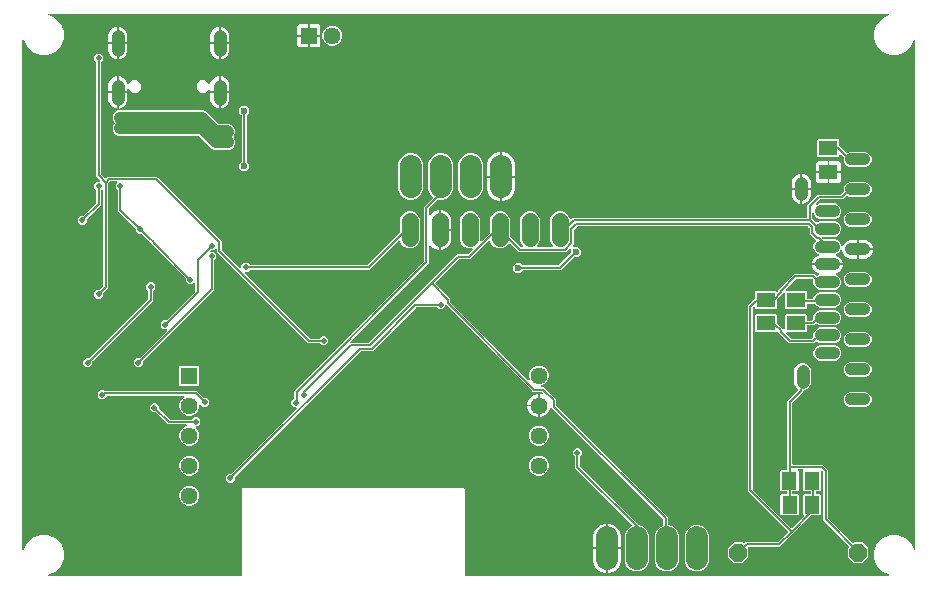
<source format=gbr>
G04 EAGLE Gerber RS-274X export*
G75*
%MOMM*%
%FSLAX34Y34*%
%LPD*%
%INBottom Copper*%
%IPPOS*%
%AMOC8*
5,1,8,0,0,1.08239X$1,22.5*%
G01*
G04 Define Apertures*
%ADD10R,1.440000X1.440000*%
%ADD11C,1.440000*%
%ADD12C,1.108000*%
%ADD13C,1.836000*%
%ADD14C,1.058000*%
%ADD15R,1.600000X1.300000*%
%ADD16R,1.300000X1.500000*%
%ADD17P,1.58358X8X22.5*%
%ADD18C,1.440000*%
%ADD19C,1.828800*%
%ADD20C,0.600000*%
%ADD21C,0.203200*%
%ADD22C,0.502400*%
%ADD23C,0.452400*%
%ADD24C,1.016000*%
%ADD25C,0.152400*%
%ADD26C,0.200000*%
G36*
X157400Y22060D02*
X157103Y22000D01*
X-5202Y22000D01*
X-5459Y22045D01*
X-5719Y22202D01*
X-5896Y22448D01*
X-5964Y22744D01*
X-5910Y23042D01*
X-5745Y23297D01*
X-5493Y23466D01*
X-370Y25588D01*
X4412Y30370D01*
X7000Y36618D01*
X7000Y43382D01*
X4412Y49630D01*
X-370Y54412D01*
X-6618Y57000D01*
X-13382Y57000D01*
X-19630Y54412D01*
X-24412Y49630D01*
X-26534Y44507D01*
X-26674Y44286D01*
X-26919Y44106D01*
X-27214Y44037D01*
X-27513Y44087D01*
X-27768Y44251D01*
X-27940Y44501D01*
X-28000Y44798D01*
X-28000Y475202D01*
X-27955Y475459D01*
X-27798Y475719D01*
X-27552Y475896D01*
X-27256Y475964D01*
X-26958Y475910D01*
X-26704Y475745D01*
X-26534Y475493D01*
X-24412Y470370D01*
X-19630Y465588D01*
X-13382Y463000D01*
X-6618Y463000D01*
X-370Y465588D01*
X4412Y470370D01*
X7000Y476618D01*
X7000Y483382D01*
X4412Y489630D01*
X-370Y494412D01*
X-5493Y496534D01*
X-5714Y496674D01*
X-5894Y496919D01*
X-5963Y497214D01*
X-5913Y497513D01*
X-5749Y497768D01*
X-5499Y497940D01*
X-5202Y498000D01*
X705202Y498000D01*
X705459Y497955D01*
X705719Y497798D01*
X705896Y497552D01*
X705964Y497256D01*
X705910Y496958D01*
X705745Y496704D01*
X705493Y496534D01*
X700370Y494412D01*
X695588Y489630D01*
X693000Y483382D01*
X693000Y476618D01*
X695588Y470370D01*
X700370Y465588D01*
X706618Y463000D01*
X713382Y463000D01*
X719630Y465588D01*
X724412Y470370D01*
X726534Y475493D01*
X726674Y475714D01*
X726919Y475894D01*
X727214Y475963D01*
X727513Y475913D01*
X727768Y475749D01*
X727940Y475499D01*
X728000Y475202D01*
X728000Y44798D01*
X727955Y44541D01*
X727798Y44281D01*
X727552Y44104D01*
X727256Y44036D01*
X726958Y44090D01*
X726704Y44255D01*
X726534Y44507D01*
X724412Y49630D01*
X719630Y54412D01*
X713382Y57000D01*
X706618Y57000D01*
X700370Y54412D01*
X695588Y49630D01*
X693000Y43382D01*
X693000Y36618D01*
X695588Y30370D01*
X700370Y25588D01*
X705493Y23466D01*
X705714Y23326D01*
X705894Y23081D01*
X705963Y22786D01*
X705913Y22487D01*
X705749Y22232D01*
X705499Y22060D01*
X705202Y22000D01*
X347397Y22000D01*
X347122Y22051D01*
X346867Y22215D01*
X346695Y22465D01*
X346635Y22762D01*
X346635Y95763D01*
X346263Y96135D01*
X158237Y96135D01*
X157865Y95763D01*
X157865Y22762D01*
X157814Y22487D01*
X157650Y22232D01*
X157400Y22060D01*
G37*
%LPC*%
G36*
X204860Y480062D02*
X213838Y480062D01*
X213838Y489040D01*
X206348Y489040D01*
X204860Y487552D01*
X204860Y480062D01*
G37*
G36*
X215362Y480062D02*
X224340Y480062D01*
X224340Y487552D01*
X222852Y489040D01*
X215362Y489040D01*
X215362Y480062D01*
G37*
G36*
X232915Y470830D02*
X236285Y470830D01*
X239398Y472120D01*
X241781Y474502D01*
X243070Y477615D01*
X243070Y480985D01*
X241781Y484098D01*
X239398Y486481D01*
X236285Y487770D01*
X232915Y487770D01*
X229802Y486481D01*
X227420Y484098D01*
X226130Y480985D01*
X226130Y477615D01*
X227420Y474502D01*
X229802Y472120D01*
X232915Y470830D01*
G37*
G36*
X139862Y473962D02*
X147180Y473962D01*
X147180Y480347D01*
X145950Y483317D01*
X143677Y485590D01*
X140707Y486820D01*
X139862Y486820D01*
X139862Y473962D01*
G37*
G36*
X131020Y473962D02*
X138338Y473962D01*
X138338Y486820D01*
X137493Y486820D01*
X134523Y485590D01*
X132250Y483317D01*
X131020Y480347D01*
X131020Y473962D01*
G37*
G36*
X44620Y473962D02*
X51938Y473962D01*
X51938Y486820D01*
X51093Y486820D01*
X48123Y485590D01*
X45850Y483317D01*
X44620Y480347D01*
X44620Y473962D01*
G37*
G36*
X53462Y473962D02*
X60780Y473962D01*
X60780Y480347D01*
X59550Y483317D01*
X57277Y485590D01*
X54307Y486820D01*
X53462Y486820D01*
X53462Y473962D01*
G37*
G36*
X215362Y469560D02*
X222852Y469560D01*
X224340Y471048D01*
X224340Y478538D01*
X215362Y478538D01*
X215362Y469560D01*
G37*
G36*
X206348Y469560D02*
X213838Y469560D01*
X213838Y478538D01*
X204860Y478538D01*
X204860Y471048D01*
X206348Y469560D01*
G37*
G36*
X137493Y459580D02*
X138338Y459580D01*
X138338Y472438D01*
X131020Y472438D01*
X131020Y466053D01*
X132250Y463083D01*
X134523Y460810D01*
X137493Y459580D01*
G37*
G36*
X53462Y459580D02*
X54307Y459580D01*
X57277Y460810D01*
X59550Y463083D01*
X60780Y466053D01*
X60780Y472438D01*
X53462Y472438D01*
X53462Y459580D01*
G37*
G36*
X51093Y459580D02*
X51938Y459580D01*
X51938Y472438D01*
X44620Y472438D01*
X44620Y466053D01*
X45850Y463083D01*
X48123Y460810D01*
X51093Y459580D01*
G37*
G36*
X139862Y459580D02*
X140707Y459580D01*
X143677Y460810D01*
X145950Y463083D01*
X147180Y466053D01*
X147180Y472438D01*
X139862Y472438D01*
X139862Y459580D01*
G37*
G36*
X68537Y198910D02*
X71671Y198910D01*
X73886Y201125D01*
X73886Y203285D01*
X73942Y203571D01*
X74109Y203824D01*
X134620Y264334D01*
X134620Y288976D01*
X134676Y289262D01*
X134843Y289515D01*
X136370Y291041D01*
X136370Y294175D01*
X134155Y296390D01*
X131939Y296390D01*
X131676Y296437D01*
X131418Y296596D01*
X131243Y296844D01*
X131177Y297140D01*
X131233Y297438D01*
X131401Y297691D01*
X131457Y297747D01*
X131698Y297910D01*
X131995Y297970D01*
X134155Y297970D01*
X135351Y299167D01*
X135571Y299320D01*
X135866Y299389D01*
X136165Y299339D01*
X136420Y299175D01*
X136592Y298925D01*
X136652Y298628D01*
X136652Y296338D01*
X214042Y218948D01*
X223444Y218948D01*
X223730Y218892D01*
X223983Y218725D01*
X225509Y217198D01*
X228643Y217198D01*
X230858Y219413D01*
X230858Y222547D01*
X228643Y224762D01*
X225509Y224762D01*
X223983Y223235D01*
X223741Y223072D01*
X223444Y223012D01*
X216041Y223012D01*
X215755Y223068D01*
X215503Y223235D01*
X160357Y278381D01*
X160204Y278601D01*
X160134Y278896D01*
X160185Y279195D01*
X160348Y279450D01*
X160598Y279622D01*
X160895Y279682D01*
X162885Y279682D01*
X164411Y281209D01*
X164653Y281372D01*
X164950Y281432D01*
X266018Y281432D01*
X290622Y306037D01*
X290847Y306192D01*
X291143Y306259D01*
X291441Y306206D01*
X291696Y306041D01*
X291865Y305789D01*
X293020Y303002D01*
X295402Y300620D01*
X298515Y299330D01*
X301885Y299330D01*
X304998Y300620D01*
X307381Y303002D01*
X308670Y306115D01*
X308670Y323885D01*
X307381Y326998D01*
X304998Y329381D01*
X301885Y330670D01*
X298515Y330670D01*
X295402Y329381D01*
X293020Y326998D01*
X291730Y323885D01*
X291730Y313207D01*
X291674Y312921D01*
X291507Y312669D01*
X264558Y285719D01*
X264316Y285556D01*
X264019Y285496D01*
X164950Y285496D01*
X164664Y285552D01*
X164411Y285719D01*
X162885Y287246D01*
X159751Y287246D01*
X157536Y285031D01*
X157536Y283041D01*
X157489Y282778D01*
X157330Y282520D01*
X157082Y282345D01*
X156786Y282279D01*
X156488Y282335D01*
X156235Y282503D01*
X140939Y297799D01*
X140776Y298040D01*
X140716Y298337D01*
X140716Y305642D01*
X86186Y360172D01*
X44878Y360172D01*
X43211Y358505D01*
X42980Y358347D01*
X42684Y358281D01*
X42386Y358337D01*
X42133Y358505D01*
X38831Y361807D01*
X38668Y362048D01*
X38608Y362345D01*
X38608Y456616D01*
X38664Y456902D01*
X38831Y457155D01*
X40358Y458681D01*
X40358Y461815D01*
X38143Y464030D01*
X35009Y464030D01*
X32794Y461815D01*
X32794Y458681D01*
X34321Y457155D01*
X34484Y456913D01*
X34544Y456616D01*
X34544Y360346D01*
X37764Y357127D01*
X37917Y356907D01*
X37986Y356612D01*
X37935Y356313D01*
X37772Y356058D01*
X37522Y355886D01*
X37225Y355826D01*
X35009Y355826D01*
X32794Y353611D01*
X32794Y350477D01*
X34321Y348951D01*
X34484Y348709D01*
X34544Y348412D01*
X34544Y337961D01*
X34488Y337675D01*
X34321Y337423D01*
X23992Y327093D01*
X23750Y326930D01*
X23453Y326870D01*
X21293Y326870D01*
X19078Y324655D01*
X19078Y321521D01*
X21293Y319306D01*
X24427Y319306D01*
X26642Y321521D01*
X26642Y323681D01*
X26698Y323967D01*
X26865Y324220D01*
X38608Y335962D01*
X38608Y348412D01*
X38664Y348698D01*
X38831Y348951D01*
X39339Y349459D01*
X39559Y349612D01*
X39854Y349681D01*
X40153Y349631D01*
X40408Y349467D01*
X40580Y349217D01*
X40640Y348920D01*
X40640Y267857D01*
X40584Y267571D01*
X40417Y267319D01*
X37708Y264609D01*
X37466Y264446D01*
X37169Y264386D01*
X35009Y264386D01*
X32794Y262171D01*
X32794Y259037D01*
X35009Y256822D01*
X38143Y256822D01*
X40358Y259037D01*
X40358Y261197D01*
X40414Y261483D01*
X40581Y261736D01*
X44704Y265858D01*
X44704Y353935D01*
X44760Y354221D01*
X44927Y354474D01*
X46339Y355885D01*
X46580Y356048D01*
X46877Y356108D01*
X51740Y356108D01*
X52003Y356061D01*
X52261Y355902D01*
X52437Y355654D01*
X52502Y355358D01*
X52446Y355060D01*
X52279Y354807D01*
X51082Y353611D01*
X51082Y350477D01*
X52609Y348951D01*
X52772Y348709D01*
X52832Y348412D01*
X52832Y331390D01*
X67623Y316600D01*
X67786Y316358D01*
X67846Y316061D01*
X67846Y313901D01*
X70061Y311686D01*
X72221Y311686D01*
X72507Y311630D01*
X72760Y311463D01*
X78186Y306036D01*
X78356Y306036D01*
X78642Y305980D01*
X78895Y305813D01*
X80813Y303895D01*
X80976Y303653D01*
X81036Y303356D01*
X81036Y303186D01*
X110295Y273928D01*
X110458Y273686D01*
X110518Y273389D01*
X110518Y271229D01*
X112733Y269014D01*
X115867Y269014D01*
X117063Y270211D01*
X117283Y270364D01*
X117578Y270433D01*
X117877Y270383D01*
X118132Y270219D01*
X118304Y269969D01*
X118364Y269672D01*
X118364Y263285D01*
X118308Y262999D01*
X118141Y262747D01*
X94096Y238701D01*
X93854Y238538D01*
X93557Y238478D01*
X91397Y238478D01*
X89182Y236263D01*
X89182Y233129D01*
X91397Y230914D01*
X93613Y230914D01*
X93876Y230867D01*
X94134Y230708D01*
X94310Y230460D01*
X94375Y230164D01*
X94319Y229866D01*
X94152Y229613D01*
X71236Y206697D01*
X70994Y206534D01*
X70697Y206474D01*
X68537Y206474D01*
X66322Y204259D01*
X66322Y201125D01*
X68537Y198910D01*
G37*
G36*
X44620Y432162D02*
X51938Y432162D01*
X51938Y445020D01*
X51093Y445020D01*
X48123Y443790D01*
X45850Y441517D01*
X44620Y438547D01*
X44620Y432162D01*
G37*
G36*
X64825Y431150D02*
X69175Y431150D01*
X72250Y434225D01*
X72250Y438575D01*
X69175Y441650D01*
X64825Y441650D01*
X61862Y438687D01*
X61638Y438532D01*
X61342Y438464D01*
X61043Y438517D01*
X60789Y438683D01*
X60620Y438934D01*
X59550Y441517D01*
X57277Y443790D01*
X54307Y445020D01*
X53462Y445020D01*
X53462Y432162D01*
X60780Y432162D01*
X60780Y433356D01*
X60827Y433619D01*
X60986Y433877D01*
X61234Y434053D01*
X61530Y434118D01*
X61828Y434062D01*
X62081Y433895D01*
X64825Y431150D01*
G37*
G36*
X139862Y432162D02*
X147180Y432162D01*
X147180Y438547D01*
X145950Y441517D01*
X143677Y443790D01*
X140707Y445020D01*
X139862Y445020D01*
X139862Y432162D01*
G37*
G36*
X122625Y431150D02*
X126975Y431150D01*
X129719Y433895D01*
X129939Y434048D01*
X130234Y434117D01*
X130533Y434067D01*
X130788Y433903D01*
X130960Y433653D01*
X131020Y433356D01*
X131020Y432162D01*
X138338Y432162D01*
X138338Y445020D01*
X137493Y445020D01*
X134523Y443790D01*
X132250Y441517D01*
X131180Y438934D01*
X131032Y438705D01*
X130785Y438529D01*
X130489Y438464D01*
X130190Y438520D01*
X129938Y438687D01*
X126975Y441650D01*
X122625Y441650D01*
X119550Y438575D01*
X119550Y434225D01*
X122625Y431150D01*
G37*
G36*
X51093Y417780D02*
X51938Y417780D01*
X51938Y430638D01*
X44620Y430638D01*
X44620Y424253D01*
X45850Y421283D01*
X48123Y419010D01*
X51093Y417780D01*
G37*
G36*
X134737Y382650D02*
X147263Y382650D01*
X149597Y383617D01*
X151383Y385403D01*
X152350Y387737D01*
X152350Y390263D01*
X151383Y392597D01*
X150967Y393013D01*
X150809Y393244D01*
X150744Y393540D01*
X150800Y393838D01*
X150967Y394091D01*
X151383Y394507D01*
X152350Y396841D01*
X152350Y399367D01*
X151383Y401701D01*
X149201Y403883D01*
X146867Y404850D01*
X138446Y404850D01*
X138160Y404906D01*
X137907Y405073D01*
X127509Y415471D01*
X125175Y416438D01*
X54898Y416438D01*
X54641Y416483D01*
X54381Y416640D01*
X54204Y416886D01*
X54136Y417182D01*
X54190Y417480D01*
X54355Y417735D01*
X54607Y417904D01*
X57277Y419010D01*
X59550Y421283D01*
X60780Y424253D01*
X60780Y430638D01*
X53462Y430638D01*
X53462Y417646D01*
X53575Y417578D01*
X53752Y417332D01*
X53820Y417036D01*
X53767Y416738D01*
X53601Y416484D01*
X53350Y416314D01*
X51315Y415471D01*
X49529Y413685D01*
X48562Y411351D01*
X48562Y408825D01*
X49529Y406491D01*
X49981Y406039D01*
X50139Y405808D01*
X50204Y405512D01*
X50148Y405214D01*
X49981Y404961D01*
X49617Y404597D01*
X48650Y402263D01*
X48650Y399737D01*
X49617Y397403D01*
X51403Y395617D01*
X53737Y394650D01*
X121054Y394650D01*
X121340Y394594D01*
X121593Y394427D01*
X132403Y383617D01*
X134737Y382650D01*
G37*
G36*
X137493Y417780D02*
X138338Y417780D01*
X138338Y430638D01*
X131020Y430638D01*
X131020Y424253D01*
X132250Y421283D01*
X134523Y419010D01*
X137493Y417780D01*
G37*
G36*
X139862Y417780D02*
X140707Y417780D01*
X143677Y419010D01*
X145950Y421283D01*
X147180Y424253D01*
X147180Y430638D01*
X139862Y430638D01*
X139862Y417780D01*
G37*
G36*
X158231Y364730D02*
X161769Y364730D01*
X164270Y367231D01*
X164270Y370769D01*
X162509Y372530D01*
X162346Y372771D01*
X162286Y373068D01*
X162286Y411932D01*
X162342Y412218D01*
X162509Y412471D01*
X164270Y414231D01*
X164270Y417769D01*
X161769Y420270D01*
X158231Y420270D01*
X155730Y417769D01*
X155730Y414231D01*
X157491Y412471D01*
X157654Y412229D01*
X157714Y411932D01*
X157714Y373068D01*
X157658Y372782D01*
X157491Y372530D01*
X155730Y370769D01*
X155730Y367231D01*
X158231Y364730D01*
G37*
G36*
X672665Y368132D02*
X685855Y368132D01*
X688266Y369131D01*
X690111Y370976D01*
X691110Y373387D01*
X691110Y375997D01*
X690111Y378408D01*
X688266Y380253D01*
X685855Y381252D01*
X672665Y381252D01*
X670268Y380259D01*
X669988Y380201D01*
X669690Y380257D01*
X669437Y380424D01*
X663993Y385869D01*
X663830Y386110D01*
X663770Y386407D01*
X663770Y391126D01*
X663026Y391870D01*
X645974Y391870D01*
X645230Y391126D01*
X645230Y377074D01*
X645974Y376330D01*
X663026Y376330D01*
X663770Y377074D01*
X663770Y378505D01*
X663817Y378768D01*
X663976Y379026D01*
X664224Y379202D01*
X664520Y379267D01*
X664818Y379211D01*
X665071Y379044D01*
X667257Y376857D01*
X667418Y376621D01*
X667480Y376324D01*
X667422Y376027D01*
X667410Y375997D01*
X667410Y373387D01*
X668409Y370976D01*
X670254Y369131D01*
X672665Y368132D01*
G37*
G36*
X365396Y360838D02*
X376354Y360838D01*
X376354Y380976D01*
X374785Y380976D01*
X370477Y379192D01*
X367180Y375895D01*
X365396Y371587D01*
X365396Y360838D01*
G37*
G36*
X377878Y360838D02*
X388836Y360838D01*
X388836Y371587D01*
X387052Y375895D01*
X383755Y379192D01*
X379447Y380976D01*
X377878Y380976D01*
X377878Y360838D01*
G37*
G36*
X349637Y340446D02*
X353795Y340446D01*
X357635Y342037D01*
X360575Y344977D01*
X362166Y348817D01*
X362166Y371335D01*
X360575Y375175D01*
X357635Y378115D01*
X353795Y379706D01*
X349637Y379706D01*
X345797Y378115D01*
X342857Y375175D01*
X341266Y371335D01*
X341266Y348817D01*
X342857Y344977D01*
X345797Y342037D01*
X349637Y340446D01*
G37*
G36*
X515629Y25842D02*
X519771Y25842D01*
X523599Y27427D01*
X526529Y30357D01*
X528114Y34185D01*
X528114Y56615D01*
X526529Y60443D01*
X523599Y63373D01*
X519771Y64958D01*
X519430Y64958D01*
X519155Y65009D01*
X518900Y65173D01*
X518728Y65423D01*
X518668Y65720D01*
X518668Y71802D01*
X424403Y166067D01*
X424240Y166308D01*
X424180Y166605D01*
X424180Y171530D01*
X413846Y181864D01*
X411574Y181864D01*
X411316Y181909D01*
X411057Y182066D01*
X410879Y182312D01*
X410812Y182608D01*
X410865Y182906D01*
X411031Y183161D01*
X411282Y183330D01*
X414154Y184520D01*
X416537Y186902D01*
X417826Y190015D01*
X417826Y193385D01*
X416537Y196498D01*
X414154Y198881D01*
X411041Y200170D01*
X407671Y200170D01*
X404558Y198881D01*
X402176Y196498D01*
X400886Y193385D01*
X400886Y190015D01*
X401408Y188755D01*
X401465Y188500D01*
X401419Y188200D01*
X401260Y187942D01*
X401012Y187766D01*
X400716Y187701D01*
X400418Y187757D01*
X400165Y187924D01*
X334487Y253603D01*
X334324Y253844D01*
X334264Y254141D01*
X334264Y256874D01*
X321929Y269209D01*
X321771Y269440D01*
X321705Y269736D01*
X321761Y270034D01*
X321929Y270287D01*
X341567Y289925D01*
X341808Y290088D01*
X342105Y290148D01*
X350934Y290148D01*
X366822Y306037D01*
X367047Y306192D01*
X367343Y306259D01*
X367641Y306206D01*
X367896Y306041D01*
X368065Y305789D01*
X369220Y303002D01*
X371602Y300620D01*
X374715Y299330D01*
X378085Y299330D01*
X381198Y300620D01*
X383581Y303002D01*
X383615Y303085D01*
X383763Y303315D01*
X384010Y303490D01*
X384307Y303555D01*
X384605Y303500D01*
X384858Y303332D01*
X392130Y296060D01*
X432063Y296060D01*
X434929Y298926D01*
X435149Y299079D01*
X435444Y299149D01*
X435743Y299098D01*
X435998Y298935D01*
X436170Y298685D01*
X436230Y298387D01*
X436230Y295779D01*
X436174Y295493D01*
X436007Y295240D01*
X426276Y285509D01*
X426035Y285346D01*
X425737Y285286D01*
X396068Y285286D01*
X395782Y285342D01*
X395530Y285509D01*
X393769Y287270D01*
X390231Y287270D01*
X387730Y284769D01*
X387730Y281231D01*
X390231Y278730D01*
X393769Y278730D01*
X395530Y280491D01*
X395771Y280654D01*
X396068Y280714D01*
X427947Y280714D01*
X439240Y292007D01*
X439481Y292170D01*
X439779Y292230D01*
X442269Y292230D01*
X444770Y294731D01*
X444770Y298269D01*
X442269Y300770D01*
X438613Y300770D01*
X438349Y300817D01*
X438091Y300976D01*
X437916Y301224D01*
X437851Y301520D01*
X437906Y301818D01*
X438074Y302071D01*
X438940Y302937D01*
X438940Y314414D01*
X438996Y314700D01*
X439163Y314953D01*
X441955Y317745D01*
X442197Y317908D01*
X442494Y317968D01*
X636843Y317968D01*
X637129Y317912D01*
X637382Y317745D01*
X638455Y316672D01*
X638618Y316430D01*
X638678Y316133D01*
X638678Y311806D01*
X643815Y306670D01*
X643973Y306439D01*
X644038Y306143D01*
X643982Y305845D01*
X643815Y305592D01*
X642725Y304502D01*
X641726Y302091D01*
X641726Y299481D01*
X642725Y297070D01*
X644570Y295225D01*
X645892Y294677D01*
X646117Y294533D01*
X646294Y294287D01*
X646362Y293992D01*
X646309Y293693D01*
X646143Y293439D01*
X645892Y293269D01*
X643851Y292424D01*
X641648Y290221D01*
X640456Y287344D01*
X640456Y286548D01*
X666696Y286548D01*
X666696Y287344D01*
X665504Y290221D01*
X663301Y292424D01*
X661260Y293269D01*
X661035Y293413D01*
X660858Y293659D01*
X660790Y293955D01*
X660843Y294254D01*
X661009Y294508D01*
X661260Y294677D01*
X662582Y295225D01*
X664427Y297070D01*
X664674Y297666D01*
X664814Y297887D01*
X665059Y298066D01*
X665354Y298136D01*
X665653Y298085D01*
X665908Y297921D01*
X666080Y297671D01*
X666140Y297374D01*
X666140Y296935D01*
X667332Y294057D01*
X669535Y291854D01*
X672413Y290662D01*
X678498Y290662D01*
X678498Y306322D01*
X672413Y306322D01*
X669535Y305130D01*
X667332Y302927D01*
X666892Y301865D01*
X666752Y301644D01*
X666507Y301465D01*
X666212Y301395D01*
X665913Y301446D01*
X665658Y301609D01*
X665486Y301859D01*
X665452Y302028D01*
X664427Y304502D01*
X662582Y306347D01*
X660171Y307346D01*
X650205Y307346D01*
X649919Y307402D01*
X649667Y307569D01*
X649311Y307925D01*
X649158Y308145D01*
X649088Y308440D01*
X649139Y308739D01*
X649302Y308994D01*
X649552Y309166D01*
X649849Y309226D01*
X660171Y309226D01*
X662582Y310225D01*
X664427Y312070D01*
X665426Y314481D01*
X665426Y317091D01*
X664427Y319502D01*
X662582Y321347D01*
X660171Y322346D01*
X646981Y322346D01*
X644522Y321327D01*
X644243Y321270D01*
X643945Y321325D01*
X643692Y321493D01*
X640811Y324373D01*
X640648Y324615D01*
X640588Y324912D01*
X640588Y328398D01*
X640633Y328655D01*
X640790Y328915D01*
X641036Y329092D01*
X641332Y329159D01*
X641630Y329106D01*
X641885Y328941D01*
X642054Y328689D01*
X642725Y327070D01*
X644570Y325225D01*
X646981Y324226D01*
X660171Y324226D01*
X662582Y325225D01*
X664427Y327070D01*
X665426Y329481D01*
X665426Y332091D01*
X664427Y334502D01*
X662582Y336347D01*
X660171Y337346D01*
X646981Y337346D01*
X644570Y336347D01*
X644315Y336290D01*
X644015Y336336D01*
X643757Y336496D01*
X643582Y336743D01*
X643517Y337039D01*
X643572Y337337D01*
X643740Y337590D01*
X646795Y340645D01*
X647036Y340808D01*
X647333Y340868D01*
X666830Y340868D01*
X669497Y343535D01*
X669733Y343696D01*
X670030Y343758D01*
X670327Y343700D01*
X672665Y342732D01*
X685855Y342732D01*
X688266Y343731D01*
X690111Y345576D01*
X691110Y347987D01*
X691110Y350597D01*
X690111Y353008D01*
X688266Y354853D01*
X685855Y355852D01*
X672665Y355852D01*
X670254Y354853D01*
X668409Y353008D01*
X667410Y350597D01*
X667410Y347987D01*
X667447Y347898D01*
X667505Y347618D01*
X667449Y347320D01*
X667282Y347067D01*
X665370Y345155D01*
X665128Y344992D01*
X664831Y344932D01*
X645334Y344932D01*
X636524Y336122D01*
X636524Y325882D01*
X636473Y325607D01*
X636309Y325352D01*
X636059Y325180D01*
X635762Y325120D01*
X438070Y325120D01*
X436818Y323867D01*
X436593Y323712D01*
X436297Y323644D01*
X435998Y323698D01*
X435744Y323863D01*
X435575Y324115D01*
X434381Y326998D01*
X431998Y329381D01*
X428885Y330670D01*
X425515Y330670D01*
X422402Y329381D01*
X420020Y326998D01*
X418730Y323885D01*
X418730Y306115D01*
X420020Y303002D01*
X421121Y301901D01*
X421274Y301681D01*
X421344Y301386D01*
X421293Y301087D01*
X421129Y300832D01*
X420879Y300660D01*
X420582Y300600D01*
X408418Y300600D01*
X408155Y300647D01*
X407897Y300806D01*
X407721Y301054D01*
X407656Y301350D01*
X407712Y301648D01*
X407879Y301901D01*
X408981Y303002D01*
X410270Y306115D01*
X410270Y323885D01*
X408981Y326998D01*
X406598Y329381D01*
X403485Y330670D01*
X400115Y330670D01*
X397002Y329381D01*
X394620Y326998D01*
X393330Y323885D01*
X393330Y306115D01*
X394620Y303002D01*
X395721Y301901D01*
X395874Y301681D01*
X395944Y301386D01*
X395893Y301087D01*
X395729Y300832D01*
X395479Y300660D01*
X395182Y300600D01*
X394326Y300600D01*
X394040Y300656D01*
X393787Y300823D01*
X385093Y309517D01*
X384930Y309759D01*
X384870Y310056D01*
X384870Y323885D01*
X383581Y326998D01*
X381198Y329381D01*
X378085Y330670D01*
X374715Y330670D01*
X371602Y329381D01*
X369220Y326998D01*
X367930Y323885D01*
X367930Y313207D01*
X367874Y312921D01*
X367707Y312669D01*
X360771Y305733D01*
X360551Y305580D01*
X360256Y305510D01*
X359957Y305561D01*
X359702Y305724D01*
X359530Y305974D01*
X359470Y306271D01*
X359470Y323885D01*
X358181Y326998D01*
X355798Y329381D01*
X352685Y330670D01*
X349315Y330670D01*
X346202Y329381D01*
X343820Y326998D01*
X342530Y323885D01*
X342530Y306115D01*
X343820Y303002D01*
X346202Y300620D01*
X349315Y299330D01*
X352529Y299330D01*
X352792Y299283D01*
X353050Y299124D01*
X353226Y298876D01*
X353291Y298580D01*
X353235Y298282D01*
X353068Y298029D01*
X349474Y294435D01*
X349232Y294272D01*
X348935Y294212D01*
X340106Y294212D01*
X265548Y219653D01*
X265306Y219490D01*
X265009Y219430D01*
X250415Y219430D01*
X250152Y219477D01*
X249894Y219636D01*
X249719Y219884D01*
X249654Y220180D01*
X249709Y220478D01*
X249877Y220731D01*
X315976Y286830D01*
X315976Y301810D01*
X316023Y302073D01*
X316182Y302331D01*
X316430Y302507D01*
X316726Y302572D01*
X317024Y302516D01*
X317277Y302349D01*
X320083Y299543D01*
X323663Y298060D01*
X324838Y298060D01*
X324838Y331940D01*
X323663Y331940D01*
X320083Y330457D01*
X317277Y327651D01*
X317057Y327498D01*
X316762Y327428D01*
X316463Y327479D01*
X316208Y327643D01*
X316036Y327893D01*
X315976Y328190D01*
X315976Y332599D01*
X316032Y332885D01*
X316199Y333138D01*
X323361Y340300D01*
X323597Y340460D01*
X323894Y340523D01*
X324192Y340465D01*
X324237Y340446D01*
X328395Y340446D01*
X332235Y342037D01*
X335175Y344977D01*
X336766Y348817D01*
X336766Y371335D01*
X335175Y375175D01*
X332235Y378115D01*
X328395Y379706D01*
X324237Y379706D01*
X320397Y378115D01*
X317457Y375175D01*
X315866Y371335D01*
X315866Y348817D01*
X317457Y344977D01*
X319335Y343098D01*
X319493Y342868D01*
X319558Y342572D01*
X319503Y342274D01*
X319335Y342021D01*
X311912Y334598D01*
X311912Y288829D01*
X311856Y288543D01*
X311689Y288290D01*
X202113Y178714D01*
X202113Y172923D01*
X202057Y172637D01*
X201890Y172385D01*
X199573Y170068D01*
X199573Y166935D01*
X201788Y164719D01*
X203441Y164719D01*
X203704Y164672D01*
X203962Y164513D01*
X204138Y164266D01*
X204203Y163969D01*
X204147Y163671D01*
X203980Y163418D01*
X149171Y108609D01*
X148929Y108446D01*
X148632Y108386D01*
X146357Y108386D01*
X144142Y106171D01*
X144142Y103037D01*
X146357Y100822D01*
X149491Y100822D01*
X151706Y103037D01*
X151706Y105082D01*
X151762Y105367D01*
X151929Y105620D01*
X258404Y212095D01*
X258645Y212258D01*
X258943Y212318D01*
X268532Y212318D01*
X305419Y249205D01*
X305660Y249368D01*
X305957Y249428D01*
X322504Y249428D01*
X322790Y249372D01*
X323043Y249205D01*
X324569Y247678D01*
X327703Y247678D01*
X329918Y249893D01*
X329918Y250585D01*
X329965Y250848D01*
X330124Y251106D01*
X330372Y251282D01*
X330668Y251347D01*
X330966Y251291D01*
X331219Y251124D01*
X404542Y177800D01*
X411847Y177800D01*
X412133Y177744D01*
X412386Y177577D01*
X413072Y176890D01*
X413223Y176676D01*
X413295Y176381D01*
X413247Y176082D01*
X413085Y175825D01*
X412836Y175652D01*
X412540Y175589D01*
X412242Y175647D01*
X411293Y176040D01*
X410118Y176040D01*
X410118Y156560D01*
X411293Y156560D01*
X414873Y158043D01*
X417613Y160783D01*
X419030Y164203D01*
X419178Y164432D01*
X419425Y164608D01*
X419722Y164673D01*
X420020Y164617D01*
X420273Y164450D01*
X514381Y70342D01*
X514544Y70100D01*
X514604Y69803D01*
X514604Y65043D01*
X514551Y64762D01*
X514385Y64508D01*
X514134Y64339D01*
X511801Y63373D01*
X508871Y60443D01*
X507286Y56615D01*
X507286Y34185D01*
X508871Y30357D01*
X511801Y27427D01*
X515629Y25842D01*
G37*
G36*
X298837Y340446D02*
X302995Y340446D01*
X306835Y342037D01*
X309775Y344977D01*
X311366Y348817D01*
X311366Y371335D01*
X309775Y375175D01*
X306835Y378115D01*
X302995Y379706D01*
X298837Y379706D01*
X294997Y378115D01*
X292057Y375175D01*
X290466Y371335D01*
X290466Y348817D01*
X292057Y344977D01*
X294997Y342037D01*
X298837Y340446D01*
G37*
G36*
X655262Y364862D02*
X665040Y364862D01*
X665040Y371652D01*
X663552Y373140D01*
X655262Y373140D01*
X655262Y364862D01*
G37*
G36*
X643960Y364862D02*
X653738Y364862D01*
X653738Y373140D01*
X645448Y373140D01*
X643960Y371652D01*
X643960Y364862D01*
G37*
G36*
X645448Y355060D02*
X653738Y355060D01*
X653738Y363338D01*
X643960Y363338D01*
X643960Y356548D01*
X645448Y355060D01*
G37*
G36*
X655262Y355060D02*
X663552Y355060D01*
X665040Y356548D01*
X665040Y363338D01*
X655262Y363338D01*
X655262Y355060D01*
G37*
G36*
X632338Y350548D02*
X639656Y350548D01*
X639656Y356143D01*
X638426Y359113D01*
X636153Y361386D01*
X633183Y362616D01*
X632338Y362616D01*
X632338Y350548D01*
G37*
G36*
X623496Y350548D02*
X630814Y350548D01*
X630814Y362616D01*
X629969Y362616D01*
X626999Y361386D01*
X624726Y359113D01*
X623496Y356143D01*
X623496Y350548D01*
G37*
G36*
X374785Y339176D02*
X376354Y339176D01*
X376354Y359314D01*
X365396Y359314D01*
X365396Y348565D01*
X367180Y344257D01*
X370477Y340960D01*
X374785Y339176D01*
G37*
G36*
X377878Y339176D02*
X379447Y339176D01*
X383755Y340960D01*
X387052Y344257D01*
X388836Y348565D01*
X388836Y359314D01*
X377878Y359314D01*
X377878Y339176D01*
G37*
G36*
X629969Y336956D02*
X630814Y336956D01*
X630814Y349024D01*
X623496Y349024D01*
X623496Y343429D01*
X624726Y340459D01*
X626999Y338186D01*
X629969Y336956D01*
G37*
G36*
X632338Y336956D02*
X633183Y336956D01*
X636153Y338186D01*
X638426Y340459D01*
X639656Y343429D01*
X639656Y349024D01*
X632338Y349024D01*
X632338Y336956D01*
G37*
G36*
X326362Y315762D02*
X335340Y315762D01*
X335340Y324137D01*
X333857Y327717D01*
X331117Y330457D01*
X327537Y331940D01*
X326362Y331940D01*
X326362Y315762D01*
G37*
G36*
X672665Y317332D02*
X685855Y317332D01*
X688266Y318331D01*
X690111Y320176D01*
X691110Y322587D01*
X691110Y325197D01*
X690111Y327608D01*
X688266Y329453D01*
X685855Y330452D01*
X672665Y330452D01*
X670254Y329453D01*
X668409Y327608D01*
X667410Y325197D01*
X667410Y322587D01*
X668409Y320176D01*
X670254Y318331D01*
X672665Y317332D01*
G37*
G36*
X326362Y298060D02*
X327537Y298060D01*
X331117Y299543D01*
X333857Y302283D01*
X335340Y305863D01*
X335340Y314238D01*
X326362Y314238D01*
X326362Y298060D01*
G37*
G36*
X680022Y299254D02*
X692380Y299254D01*
X692380Y300050D01*
X691188Y302927D01*
X688985Y305130D01*
X686108Y306322D01*
X680022Y306322D01*
X680022Y299254D01*
G37*
G36*
X680022Y290662D02*
X686108Y290662D01*
X688985Y291854D01*
X691188Y294057D01*
X692380Y296935D01*
X692380Y297730D01*
X680022Y297730D01*
X680022Y290662D01*
G37*
G36*
X574644Y33179D02*
X581756Y33179D01*
X586785Y38208D01*
X586785Y45320D01*
X586670Y45435D01*
X586517Y45655D01*
X586447Y45950D01*
X586498Y46249D01*
X586662Y46504D01*
X586912Y46676D01*
X587209Y46736D01*
X613490Y46736D01*
X640101Y73347D01*
X640342Y73510D01*
X640639Y73570D01*
X647686Y73570D01*
X648430Y74314D01*
X648430Y90366D01*
X647686Y91110D01*
X644398Y91110D01*
X644123Y91161D01*
X643868Y91325D01*
X643696Y91575D01*
X643636Y91872D01*
X643636Y93128D01*
X643687Y93403D01*
X643851Y93658D01*
X644101Y93830D01*
X644398Y93890D01*
X647426Y93890D01*
X648170Y94634D01*
X648170Y110641D01*
X648217Y110904D01*
X648376Y111162D01*
X648624Y111338D01*
X648920Y111403D01*
X649218Y111347D01*
X649471Y111180D01*
X650017Y110634D01*
X650180Y110392D01*
X650240Y110095D01*
X650240Y69262D01*
X651654Y67849D01*
X672160Y47343D01*
X672318Y47112D01*
X672383Y46816D01*
X672327Y46518D01*
X672160Y46265D01*
X671215Y45320D01*
X671215Y38208D01*
X676244Y33179D01*
X683356Y33179D01*
X688385Y38208D01*
X688385Y45320D01*
X683356Y50349D01*
X676244Y50349D01*
X676111Y50216D01*
X675881Y50058D01*
X675584Y49993D01*
X675286Y50049D01*
X675033Y50216D01*
X654527Y70723D01*
X654364Y70964D01*
X654304Y71261D01*
X654304Y112094D01*
X650066Y116332D01*
X624586Y116332D01*
X624311Y116383D01*
X624056Y116547D01*
X623884Y116797D01*
X623824Y117094D01*
X623824Y168007D01*
X623880Y168293D01*
X624047Y168546D01*
X632968Y177466D01*
X632968Y178464D01*
X633019Y178739D01*
X633183Y178994D01*
X633433Y179166D01*
X633730Y179226D01*
X633931Y179226D01*
X636434Y180263D01*
X638349Y182178D01*
X639386Y184681D01*
X639386Y196891D01*
X638349Y199394D01*
X636434Y201309D01*
X633931Y202346D01*
X631221Y202346D01*
X628718Y201309D01*
X626803Y199394D01*
X625766Y196891D01*
X625766Y184681D01*
X626803Y182178D01*
X628681Y180300D01*
X628844Y180059D01*
X628904Y179762D01*
X628904Y179465D01*
X628848Y179179D01*
X628681Y178927D01*
X619760Y170006D01*
X619760Y112192D01*
X619709Y111917D01*
X619545Y111662D01*
X619295Y111490D01*
X618998Y111430D01*
X614374Y111430D01*
X613630Y110686D01*
X613630Y94634D01*
X614374Y93890D01*
X618998Y93890D01*
X619273Y93839D01*
X619528Y93675D01*
X619700Y93425D01*
X619760Y93128D01*
X619760Y91872D01*
X619709Y91597D01*
X619545Y91342D01*
X619295Y91170D01*
X618998Y91110D01*
X614634Y91110D01*
X613890Y90366D01*
X613890Y74314D01*
X614634Y73570D01*
X628686Y73570D01*
X629430Y74314D01*
X629430Y90366D01*
X628686Y91110D01*
X624586Y91110D01*
X624311Y91161D01*
X624056Y91325D01*
X623884Y91575D01*
X623824Y91872D01*
X623824Y93128D01*
X623875Y93403D01*
X624039Y93658D01*
X624289Y93830D01*
X624586Y93890D01*
X628426Y93890D01*
X629170Y94634D01*
X629170Y110686D01*
X628889Y110967D01*
X628736Y111187D01*
X628666Y111482D01*
X628717Y111781D01*
X628880Y112036D01*
X629130Y112208D01*
X629428Y112268D01*
X632372Y112268D01*
X632636Y112221D01*
X632894Y112062D01*
X633069Y111814D01*
X633134Y111518D01*
X633079Y111220D01*
X632911Y110967D01*
X632630Y110686D01*
X632630Y94634D01*
X633374Y93890D01*
X638810Y93890D01*
X639085Y93839D01*
X639340Y93675D01*
X639512Y93425D01*
X639572Y93128D01*
X639572Y91872D01*
X639521Y91597D01*
X639357Y91342D01*
X639107Y91170D01*
X638810Y91110D01*
X633634Y91110D01*
X632890Y90366D01*
X632890Y74314D01*
X633566Y73638D01*
X633724Y73407D01*
X633789Y73111D01*
X633734Y72813D01*
X633566Y72560D01*
X623855Y62849D01*
X623624Y62691D01*
X623328Y62625D01*
X623030Y62681D01*
X622777Y62849D01*
X590519Y95107D01*
X590356Y95348D01*
X590296Y95645D01*
X590296Y248779D01*
X590352Y249065D01*
X590519Y249318D01*
X590729Y249528D01*
X590949Y249681D01*
X591244Y249750D01*
X591543Y249699D01*
X591798Y249536D01*
X591970Y249286D01*
X592030Y248989D01*
X592030Y248874D01*
X592774Y248130D01*
X609826Y248130D01*
X610570Y248874D01*
X610570Y255337D01*
X610626Y255623D01*
X610793Y255876D01*
X616269Y261352D01*
X616489Y261505D01*
X616784Y261574D01*
X617083Y261523D01*
X617338Y261360D01*
X617510Y261110D01*
X617570Y260813D01*
X617570Y248874D01*
X618314Y248130D01*
X635366Y248130D01*
X636110Y248874D01*
X636110Y251714D01*
X636161Y251989D01*
X636325Y252244D01*
X636575Y252416D01*
X636872Y252476D01*
X642047Y252476D01*
X642328Y252423D01*
X642582Y252257D01*
X642673Y252121D01*
X644570Y250225D01*
X646981Y249226D01*
X660171Y249226D01*
X662582Y250225D01*
X664427Y252070D01*
X665426Y254481D01*
X665426Y257091D01*
X664427Y259502D01*
X662582Y261347D01*
X660171Y262346D01*
X646981Y262346D01*
X644570Y261347D01*
X642725Y259502D01*
X641693Y257010D01*
X641536Y256772D01*
X641286Y256600D01*
X640989Y256540D01*
X636872Y256540D01*
X636597Y256591D01*
X636342Y256755D01*
X636170Y257005D01*
X636110Y257302D01*
X636110Y262926D01*
X635366Y263670D01*
X618903Y263670D01*
X618640Y263717D01*
X618382Y263876D01*
X618207Y264124D01*
X618141Y264420D01*
X618197Y264718D01*
X618365Y264971D01*
X626983Y273589D01*
X627224Y273752D01*
X627521Y273812D01*
X640447Y273812D01*
X640733Y273756D01*
X640986Y273589D01*
X641588Y272987D01*
X641748Y272751D01*
X641811Y272454D01*
X641753Y272156D01*
X641726Y272091D01*
X641726Y269481D01*
X642725Y267070D01*
X644570Y265225D01*
X646981Y264226D01*
X660171Y264226D01*
X662582Y265225D01*
X664427Y267070D01*
X665426Y269481D01*
X665426Y272091D01*
X664427Y274502D01*
X662582Y276347D01*
X661260Y276895D01*
X661035Y277039D01*
X660858Y277285D01*
X660790Y277580D01*
X660843Y277879D01*
X661009Y278133D01*
X661260Y278303D01*
X663301Y279148D01*
X665504Y281351D01*
X666696Y284229D01*
X666696Y285024D01*
X640456Y285024D01*
X640456Y284229D01*
X641648Y281351D01*
X643851Y279148D01*
X645892Y278303D01*
X646117Y278159D01*
X646294Y277913D01*
X646362Y277617D01*
X646309Y277318D01*
X646143Y277064D01*
X645892Y276895D01*
X644619Y276368D01*
X644340Y276310D01*
X644042Y276365D01*
X643789Y276533D01*
X642446Y277876D01*
X625522Y277876D01*
X612140Y264494D01*
X612140Y263285D01*
X612084Y262999D01*
X611917Y262747D01*
X611871Y262701D01*
X611651Y262548D01*
X611356Y262478D01*
X611057Y262529D01*
X610802Y262692D01*
X610794Y262704D01*
X610793Y262703D01*
X609826Y263670D01*
X592774Y263670D01*
X592030Y262926D01*
X592030Y256891D01*
X591974Y256605D01*
X591807Y256353D01*
X586232Y250778D01*
X586232Y93646D01*
X619904Y59975D01*
X620062Y59744D01*
X620127Y59448D01*
X620071Y59150D01*
X619904Y58897D01*
X612030Y51023D01*
X611788Y50860D01*
X611491Y50800D01*
X584374Y50800D01*
X583379Y49804D01*
X583148Y49646D01*
X582852Y49581D01*
X582554Y49637D01*
X582301Y49804D01*
X581756Y50349D01*
X574644Y50349D01*
X569615Y45320D01*
X569615Y38208D01*
X574644Y33179D01*
G37*
G36*
X672665Y266532D02*
X685855Y266532D01*
X688266Y267531D01*
X690111Y269376D01*
X691110Y271787D01*
X691110Y274397D01*
X690111Y276808D01*
X688266Y278653D01*
X685855Y279652D01*
X672665Y279652D01*
X670254Y278653D01*
X668409Y276808D01*
X667410Y274397D01*
X667410Y271787D01*
X668409Y269376D01*
X670254Y267531D01*
X672665Y266532D01*
G37*
G36*
X25865Y198910D02*
X28999Y198910D01*
X31214Y201125D01*
X31214Y203285D01*
X31270Y203571D01*
X31437Y203824D01*
X82804Y255190D01*
X82804Y263068D01*
X82860Y263354D01*
X83027Y263607D01*
X84554Y265133D01*
X84554Y268267D01*
X82339Y270482D01*
X79205Y270482D01*
X76990Y268267D01*
X76990Y265133D01*
X78517Y263607D01*
X78680Y263365D01*
X78740Y263068D01*
X78740Y257189D01*
X78684Y256903D01*
X78517Y256651D01*
X28564Y206697D01*
X28322Y206534D01*
X28025Y206474D01*
X25865Y206474D01*
X23650Y204259D01*
X23650Y201125D01*
X25865Y198910D01*
G37*
G36*
X672665Y241132D02*
X685855Y241132D01*
X688266Y242131D01*
X690111Y243976D01*
X691110Y246387D01*
X691110Y248997D01*
X690111Y251408D01*
X688266Y253253D01*
X685855Y254252D01*
X672665Y254252D01*
X670254Y253253D01*
X668409Y251408D01*
X667410Y248997D01*
X667410Y246387D01*
X668409Y243976D01*
X670254Y242131D01*
X672665Y241132D01*
G37*
G36*
X620950Y218948D02*
X642446Y218948D01*
X643611Y220113D01*
X643847Y220273D01*
X644143Y220336D01*
X644441Y220278D01*
X646981Y219226D01*
X660171Y219226D01*
X662582Y220225D01*
X664427Y222070D01*
X665426Y224481D01*
X665426Y227091D01*
X664427Y229502D01*
X662582Y231347D01*
X660171Y232346D01*
X646981Y232346D01*
X644570Y231347D01*
X642725Y229502D01*
X641726Y227091D01*
X641726Y224368D01*
X641737Y224315D01*
X641682Y224017D01*
X641514Y223764D01*
X640986Y223235D01*
X640744Y223072D01*
X640447Y223012D01*
X622949Y223012D01*
X622663Y223068D01*
X622411Y223235D01*
X618817Y226829D01*
X618664Y227049D01*
X618594Y227344D01*
X618645Y227643D01*
X618808Y227898D01*
X619058Y228070D01*
X619355Y228130D01*
X635366Y228130D01*
X636110Y228874D01*
X636110Y233426D01*
X636161Y233701D01*
X636325Y233956D01*
X636575Y234128D01*
X636872Y234188D01*
X642446Y234188D01*
X643487Y235230D01*
X643718Y235388D01*
X644014Y235453D01*
X644312Y235397D01*
X644565Y235230D01*
X644570Y235225D01*
X646981Y234226D01*
X660171Y234226D01*
X662582Y235225D01*
X664427Y237070D01*
X665426Y239481D01*
X665426Y242091D01*
X664427Y244502D01*
X662582Y246347D01*
X660171Y247346D01*
X646981Y247346D01*
X644570Y246347D01*
X642725Y244502D01*
X641726Y242091D01*
X641726Y239531D01*
X641670Y239245D01*
X641503Y238993D01*
X640986Y238475D01*
X640744Y238312D01*
X640447Y238252D01*
X636872Y238252D01*
X636597Y238303D01*
X636342Y238467D01*
X636170Y238717D01*
X636110Y239014D01*
X636110Y242926D01*
X635366Y243670D01*
X618314Y243670D01*
X617570Y242926D01*
X617570Y231439D01*
X617523Y231176D01*
X617364Y230918D01*
X617116Y230743D01*
X616820Y230677D01*
X616522Y230733D01*
X616269Y230901D01*
X610793Y236377D01*
X610630Y236618D01*
X610570Y236915D01*
X610570Y242926D01*
X609826Y243670D01*
X592774Y243670D01*
X592030Y242926D01*
X592030Y228874D01*
X592774Y228130D01*
X609826Y228130D01*
X610570Y228874D01*
X610570Y229013D01*
X610617Y229276D01*
X610776Y229534D01*
X611024Y229710D01*
X611320Y229775D01*
X611618Y229719D01*
X611871Y229552D01*
X611917Y229506D01*
X612080Y229264D01*
X612140Y228967D01*
X612140Y227758D01*
X620950Y218948D01*
G37*
G36*
X672665Y215732D02*
X685855Y215732D01*
X688266Y216731D01*
X690111Y218576D01*
X691110Y220987D01*
X691110Y223597D01*
X690111Y226008D01*
X688266Y227853D01*
X685855Y228852D01*
X672665Y228852D01*
X670254Y227853D01*
X668409Y226008D01*
X667410Y223597D01*
X667410Y220987D01*
X668409Y218576D01*
X670254Y216731D01*
X672665Y215732D01*
G37*
G36*
X646981Y204226D02*
X660171Y204226D01*
X662582Y205225D01*
X664427Y207070D01*
X665426Y209481D01*
X665426Y212091D01*
X664427Y214502D01*
X662582Y216347D01*
X660171Y217346D01*
X646981Y217346D01*
X644570Y216347D01*
X642725Y214502D01*
X641726Y212091D01*
X641726Y209481D01*
X642725Y207070D01*
X644570Y205225D01*
X646981Y204226D01*
G37*
G36*
X672665Y190332D02*
X685855Y190332D01*
X688266Y191331D01*
X690111Y193176D01*
X691110Y195587D01*
X691110Y198197D01*
X690111Y200608D01*
X688266Y202453D01*
X685855Y203452D01*
X672665Y203452D01*
X670254Y202453D01*
X668409Y200608D01*
X667410Y198197D01*
X667410Y195587D01*
X668409Y193176D01*
X670254Y191331D01*
X672665Y190332D01*
G37*
G36*
X105720Y183230D02*
X121172Y183230D01*
X121916Y183974D01*
X121916Y199426D01*
X121172Y200170D01*
X105720Y200170D01*
X104976Y199426D01*
X104976Y183974D01*
X105720Y183230D01*
G37*
G36*
X111761Y157830D02*
X115131Y157830D01*
X118244Y159120D01*
X120627Y161502D01*
X121916Y164615D01*
X121916Y166552D01*
X121963Y166815D01*
X122122Y167073D01*
X122370Y167249D01*
X122666Y167314D01*
X122964Y167258D01*
X123217Y167091D01*
X124925Y165382D01*
X128059Y165382D01*
X130274Y167597D01*
X130274Y170731D01*
X128059Y172946D01*
X125899Y172946D01*
X125613Y173002D01*
X125361Y173169D01*
X119714Y178816D01*
X41732Y178816D01*
X41446Y178872D01*
X41193Y179039D01*
X41191Y179042D01*
X38057Y179042D01*
X35842Y176827D01*
X35842Y173693D01*
X38057Y171478D01*
X41191Y171478D01*
X43406Y173693D01*
X43406Y173990D01*
X43457Y174265D01*
X43621Y174520D01*
X43871Y174692D01*
X44168Y174752D01*
X108080Y174752D01*
X108343Y174705D01*
X108601Y174546D01*
X108777Y174298D01*
X108842Y174002D01*
X108786Y173704D01*
X108619Y173451D01*
X106266Y171098D01*
X104976Y167985D01*
X104976Y164615D01*
X106266Y161502D01*
X108648Y159120D01*
X111761Y157830D01*
G37*
G36*
X672665Y164932D02*
X685855Y164932D01*
X688266Y165931D01*
X690111Y167776D01*
X691110Y170187D01*
X691110Y172797D01*
X690111Y175208D01*
X688266Y177053D01*
X685855Y178052D01*
X672665Y178052D01*
X670254Y177053D01*
X668409Y175208D01*
X667410Y172797D01*
X667410Y170187D01*
X668409Y167776D01*
X670254Y165931D01*
X672665Y164932D01*
G37*
G36*
X399616Y167062D02*
X408594Y167062D01*
X408594Y176040D01*
X407419Y176040D01*
X403839Y174557D01*
X401099Y171817D01*
X399616Y168237D01*
X399616Y167062D01*
G37*
G36*
X111761Y132430D02*
X115131Y132430D01*
X118244Y133720D01*
X120627Y136102D01*
X121916Y139215D01*
X121916Y142585D01*
X120627Y145698D01*
X119007Y147317D01*
X118854Y147537D01*
X118784Y147832D01*
X118835Y148131D01*
X118999Y148386D01*
X119249Y148558D01*
X119546Y148618D01*
X120439Y148618D01*
X122654Y150833D01*
X122654Y153967D01*
X120439Y156182D01*
X117305Y156182D01*
X115779Y154655D01*
X115537Y154492D01*
X115240Y154432D01*
X97169Y154432D01*
X96883Y154488D01*
X96631Y154655D01*
X87825Y163461D01*
X87662Y163702D01*
X87602Y163999D01*
X87602Y166159D01*
X85387Y168374D01*
X82253Y168374D01*
X80038Y166159D01*
X80038Y163025D01*
X82253Y160810D01*
X84413Y160810D01*
X84699Y160754D01*
X84952Y160587D01*
X95170Y150368D01*
X110340Y150368D01*
X110597Y150323D01*
X110857Y150166D01*
X111034Y149920D01*
X111102Y149624D01*
X111048Y149326D01*
X110883Y149072D01*
X110631Y148902D01*
X108648Y148081D01*
X106266Y145698D01*
X104976Y142585D01*
X104976Y139215D01*
X106266Y136102D01*
X108648Y133720D01*
X111761Y132430D01*
G37*
G36*
X407419Y156560D02*
X408594Y156560D01*
X408594Y165538D01*
X399616Y165538D01*
X399616Y164363D01*
X401099Y160783D01*
X403839Y158043D01*
X407419Y156560D01*
G37*
G36*
X407671Y132430D02*
X411041Y132430D01*
X414154Y133720D01*
X416537Y136102D01*
X417826Y139215D01*
X417826Y142585D01*
X416537Y145698D01*
X414154Y148081D01*
X411041Y149370D01*
X407671Y149370D01*
X404558Y148081D01*
X402176Y145698D01*
X400886Y142585D01*
X400886Y139215D01*
X402176Y136102D01*
X404558Y133720D01*
X407671Y132430D01*
G37*
G36*
X490229Y25842D02*
X494371Y25842D01*
X498199Y27427D01*
X501129Y30357D01*
X502714Y34185D01*
X502714Y56615D01*
X501129Y60443D01*
X498199Y63373D01*
X494265Y65002D01*
X494205Y65014D01*
X493953Y65181D01*
X444215Y114919D01*
X444052Y115160D01*
X443992Y115457D01*
X443992Y122860D01*
X444048Y123146D01*
X444215Y123399D01*
X445742Y124925D01*
X445742Y128059D01*
X443527Y130274D01*
X440393Y130274D01*
X438178Y128059D01*
X438178Y124925D01*
X439705Y123399D01*
X439868Y123157D01*
X439928Y122860D01*
X439928Y113458D01*
X488149Y65237D01*
X488305Y65012D01*
X488372Y64717D01*
X488319Y64418D01*
X488153Y64164D01*
X487902Y63994D01*
X486401Y63373D01*
X483471Y60443D01*
X481886Y56615D01*
X481886Y34185D01*
X483471Y30357D01*
X486401Y27427D01*
X490229Y25842D01*
G37*
G36*
X407671Y107030D02*
X411041Y107030D01*
X414154Y108320D01*
X416537Y110702D01*
X417826Y113815D01*
X417826Y117185D01*
X416537Y120298D01*
X414154Y122681D01*
X411041Y123970D01*
X407671Y123970D01*
X404558Y122681D01*
X402176Y120298D01*
X400886Y117185D01*
X400886Y113815D01*
X402176Y110702D01*
X404558Y108320D01*
X407671Y107030D01*
G37*
G36*
X111761Y107030D02*
X115131Y107030D01*
X118244Y108320D01*
X120627Y110702D01*
X121916Y113815D01*
X121916Y117185D01*
X120627Y120298D01*
X118244Y122681D01*
X115131Y123970D01*
X111761Y123970D01*
X108648Y122681D01*
X106266Y120298D01*
X104976Y117185D01*
X104976Y113815D01*
X106266Y110702D01*
X108648Y108320D01*
X111761Y107030D01*
G37*
G36*
X111761Y81630D02*
X115131Y81630D01*
X118244Y82920D01*
X120627Y85302D01*
X121916Y88415D01*
X121916Y91785D01*
X120627Y94898D01*
X118244Y97281D01*
X115131Y98570D01*
X111761Y98570D01*
X108648Y97281D01*
X106266Y94898D01*
X104976Y91785D01*
X104976Y88415D01*
X106266Y85302D01*
X108648Y82920D01*
X111761Y81630D01*
G37*
G36*
X455216Y46162D02*
X466138Y46162D01*
X466138Y66228D01*
X464576Y66228D01*
X460282Y64449D01*
X456995Y61162D01*
X455216Y56868D01*
X455216Y46162D01*
G37*
G36*
X467662Y46162D02*
X478584Y46162D01*
X478584Y56868D01*
X476805Y61162D01*
X473518Y64449D01*
X469224Y66228D01*
X467662Y66228D01*
X467662Y46162D01*
G37*
G36*
X541029Y25842D02*
X545171Y25842D01*
X548999Y27427D01*
X551929Y30357D01*
X553514Y34185D01*
X553514Y56615D01*
X551929Y60443D01*
X548999Y63373D01*
X545171Y64958D01*
X541029Y64958D01*
X537201Y63373D01*
X534271Y60443D01*
X532686Y56615D01*
X532686Y34185D01*
X534271Y30357D01*
X537201Y27427D01*
X541029Y25842D01*
G37*
G36*
X467662Y24572D02*
X469224Y24572D01*
X473518Y26351D01*
X476805Y29638D01*
X478584Y33932D01*
X478584Y44638D01*
X467662Y44638D01*
X467662Y24572D01*
G37*
G36*
X464576Y24572D02*
X466138Y24572D01*
X466138Y44638D01*
X455216Y44638D01*
X455216Y33932D01*
X456995Y29638D01*
X460282Y26351D01*
X464576Y24572D01*
G37*
%LPD*%
D10*
X113446Y191700D03*
D11*
X113446Y166300D03*
X113446Y140900D03*
X113446Y115500D03*
X113446Y90100D03*
X409356Y191700D03*
X409356Y166300D03*
X409356Y140900D03*
X409356Y115500D03*
D12*
X139100Y467660D02*
X139100Y478740D01*
X52700Y478740D02*
X52700Y467660D01*
X139100Y436940D02*
X139100Y425860D01*
X52700Y425860D02*
X52700Y436940D01*
D10*
X214600Y479300D03*
D11*
X234600Y479300D03*
D13*
X300916Y369256D02*
X300916Y350896D01*
X326316Y350896D02*
X326316Y369256D01*
X351716Y369256D02*
X351716Y350896D01*
X377116Y350896D02*
X377116Y369256D01*
D14*
X673970Y171492D02*
X684550Y171492D01*
X684550Y196892D02*
X673970Y196892D01*
X673970Y222292D02*
X684550Y222292D01*
X684550Y247692D02*
X673970Y247692D01*
X673970Y273092D02*
X684550Y273092D01*
X684550Y298492D02*
X673970Y298492D01*
X673970Y323892D02*
X684550Y323892D01*
X684550Y349292D02*
X673970Y349292D01*
X673970Y374692D02*
X684550Y374692D01*
X658866Y210786D02*
X648286Y210786D01*
X648286Y225786D02*
X658866Y225786D01*
X658866Y240786D02*
X648286Y240786D01*
X648286Y255786D02*
X658866Y255786D01*
X658866Y270786D02*
X648286Y270786D01*
X648286Y285786D02*
X658866Y285786D01*
X658866Y300786D02*
X648286Y300786D01*
X648286Y315786D02*
X658866Y315786D01*
X658866Y330786D02*
X648286Y330786D01*
D12*
X632576Y195536D02*
X632576Y186036D01*
X631576Y345036D02*
X631576Y354536D01*
D15*
X626840Y235900D03*
X626840Y255900D03*
X654500Y384100D03*
X654500Y364100D03*
X601300Y255900D03*
X601300Y235900D03*
D16*
X640660Y82340D03*
X621660Y82340D03*
X640400Y102660D03*
X621400Y102660D03*
D17*
X578200Y41764D03*
X679800Y41764D03*
D18*
X300200Y307800D02*
X300200Y322200D01*
X325600Y322200D02*
X325600Y307800D01*
X351000Y307800D02*
X351000Y322200D01*
X376400Y322200D02*
X376400Y307800D01*
X401800Y307800D02*
X401800Y322200D01*
X427200Y322200D02*
X427200Y307800D01*
D19*
X466900Y54544D02*
X466900Y36256D01*
X492300Y36256D02*
X492300Y54544D01*
X517700Y54544D02*
X517700Y36256D01*
X543100Y36256D02*
X543100Y54544D01*
D20*
X68000Y473000D03*
X126000Y472000D03*
X85357Y445357D03*
X104043Y444957D03*
X24000Y467000D03*
X169000Y467000D03*
X77000Y302000D03*
X114000Y214000D03*
X66000Y383000D03*
X114000Y353000D03*
X131000Y370000D03*
X269000Y475000D03*
X285000Y476000D03*
X303000Y476000D03*
X239000Y463000D03*
X250000Y446000D03*
X251000Y431000D03*
X214000Y463000D03*
X322000Y455000D03*
X396000Y359000D03*
X334000Y295000D03*
X305000Y268000D03*
D21*
X307000Y268000D02*
X334000Y295000D01*
X307000Y268000D02*
X305000Y268000D01*
X377116Y344415D02*
X377116Y360076D01*
D20*
X451000Y271000D03*
X384000Y178000D03*
X326000Y107000D03*
X151000Y120000D03*
D22*
X511000Y311000D03*
X511000Y332000D03*
X386000Y232000D03*
D20*
X482000Y132000D03*
X609000Y131000D03*
X654000Y462000D03*
X464000Y464000D03*
X615000Y350000D03*
X196000Y266000D03*
X234000Y267000D03*
X192000Y217000D03*
X317000Y196000D03*
X262000Y139000D03*
X205000Y105000D03*
X509200Y192400D03*
X567000Y82000D03*
X540200Y271400D03*
X376000Y387000D03*
D22*
X148000Y52000D03*
X102000Y69000D03*
X22000Y130000D03*
X146000Y373000D03*
X134000Y356000D03*
X51000Y385000D03*
X148000Y416000D03*
X126000Y462000D03*
X126000Y483000D03*
X68000Y462000D03*
X68000Y484000D03*
X20000Y391000D03*
X21000Y422000D03*
D23*
X262400Y177461D03*
X276407Y177470D03*
X262576Y205920D03*
X276252Y205920D03*
X276402Y191485D03*
X262412Y191476D03*
X290576Y205920D03*
X290693Y191789D03*
X290649Y177731D03*
X290576Y163420D03*
X276547Y163275D03*
X262460Y163420D03*
X247974Y163920D03*
X248076Y177420D03*
X248358Y191420D03*
D20*
X64000Y410088D03*
X54912Y410088D03*
X55000Y401000D03*
X146000Y398104D03*
X146000Y389000D03*
X136000Y389000D03*
D22*
X64000Y401000D03*
D24*
X64000Y410088D02*
X54912Y410088D01*
X55000Y401000D02*
X64000Y401000D01*
X136000Y389000D02*
X146000Y389000D01*
D20*
X136500Y398500D03*
D24*
X123912Y410088D02*
X64000Y410088D01*
X123912Y410088D02*
X136000Y398000D01*
X124000Y401000D02*
X64000Y401000D01*
X124000Y401000D02*
X136000Y389000D01*
X136500Y398500D02*
X145604Y398500D01*
X146000Y398104D01*
D25*
X655320Y384048D02*
X662940Y384048D01*
X672084Y374904D01*
X678180Y374904D01*
X655320Y384048D02*
X654500Y384100D01*
X678180Y374904D02*
X679260Y374692D01*
X608076Y256032D02*
X601980Y256032D01*
X608076Y256032D02*
X614172Y262128D01*
X614172Y263652D01*
X626364Y275844D01*
X641604Y275844D01*
X646176Y271272D01*
X652272Y271272D01*
X601980Y256032D02*
X601300Y255900D01*
X652272Y271272D02*
X653576Y270786D01*
X641604Y102108D02*
X641604Y83820D01*
X640660Y82340D01*
X641604Y102108D02*
X640400Y102660D01*
X640080Y82296D02*
X640080Y76200D01*
X623316Y59436D02*
X612648Y48768D01*
X623316Y59436D02*
X640080Y76200D01*
X612648Y48768D02*
X585216Y48768D01*
X579120Y42672D01*
X640080Y82296D02*
X640660Y82340D01*
X579120Y42672D02*
X578200Y41764D01*
X592836Y254508D02*
X600456Y254508D01*
X592836Y254508D02*
X588264Y249936D01*
X588264Y94488D01*
X623316Y59436D01*
X600456Y254508D02*
X601300Y255900D01*
X295656Y313944D02*
X265176Y283464D01*
X295656Y313944D02*
X298704Y313944D01*
X300200Y315000D01*
D22*
X161318Y283464D03*
D25*
X265176Y283464D01*
D20*
X440500Y296500D03*
X392000Y283000D03*
D21*
X427000Y283000D02*
X440500Y296500D01*
X427000Y283000D02*
X392000Y283000D01*
D25*
X54864Y332232D02*
X54864Y352044D01*
X54864Y332232D02*
X71628Y315468D01*
D22*
X114300Y272796D03*
X71628Y315468D03*
X54864Y352044D03*
D25*
X71628Y315468D02*
X79028Y308068D01*
X79514Y308068D01*
X83068Y304514D01*
X83068Y304028D01*
X114300Y272796D01*
X120396Y289560D02*
X132588Y301752D01*
X120396Y289560D02*
X120396Y262128D01*
X92964Y234696D01*
D22*
X132588Y301752D03*
X92964Y234696D03*
D25*
X80772Y256032D02*
X80772Y266700D01*
X80772Y256032D02*
X27432Y202692D01*
D22*
X80772Y266700D03*
X27432Y202692D03*
D25*
X132588Y265176D02*
X132588Y292608D01*
X132588Y265176D02*
X70104Y202692D01*
D22*
X132588Y292608D03*
X70104Y202692D03*
D25*
X96012Y152400D02*
X118872Y152400D01*
X96012Y152400D02*
X83820Y164592D01*
D22*
X118872Y152400D03*
X83820Y164592D03*
D25*
X118872Y176784D02*
X126492Y169164D01*
X118872Y176784D02*
X41148Y176784D01*
X39624Y175260D01*
D22*
X126492Y169164D03*
X39624Y175260D03*
D20*
X160000Y416000D03*
X160000Y369000D03*
D21*
X160000Y416000D01*
D25*
X318516Y269748D02*
X340948Y292180D01*
X350092Y292180D01*
X371856Y313944D01*
X374904Y313944D01*
X376400Y315000D01*
X516636Y70960D02*
X516636Y45720D01*
X516636Y70960D02*
X422148Y165448D01*
X422148Y170688D01*
X413004Y179832D01*
X405384Y179832D01*
X332232Y252984D01*
X332232Y256032D01*
X318516Y269748D01*
X516636Y45720D02*
X517700Y45400D01*
X441000Y320000D02*
X638000Y320000D01*
X646152Y308210D02*
X653576Y300786D01*
X646152Y308210D02*
X645148Y308210D01*
X640710Y312648D01*
X640710Y317290D01*
X638000Y320000D01*
X318516Y269748D02*
X266166Y217398D01*
X250023Y217398D01*
D22*
X210213Y175359D03*
D25*
X210213Y177588D02*
X250023Y217398D01*
X210213Y177588D02*
X210213Y175359D01*
D26*
X431123Y298330D02*
X436670Y303877D01*
X436670Y315670D02*
X441000Y320000D01*
X436670Y315670D02*
X436670Y303877D01*
X431123Y298330D02*
X393070Y298330D01*
X376400Y315000D01*
D25*
X326136Y345948D02*
X313944Y333756D01*
X326136Y348996D02*
X326136Y359664D01*
X326136Y348996D02*
X326136Y345948D01*
X326136Y359664D02*
X326316Y360076D01*
X638556Y335280D02*
X638556Y323088D01*
X638556Y335280D02*
X646176Y342900D01*
X665988Y342900D01*
X672084Y348996D01*
X678180Y348996D01*
X652272Y316992D02*
X653576Y315786D01*
X678180Y348996D02*
X679260Y349292D01*
X493776Y62484D02*
X493776Y45720D01*
X493776Y62484D02*
X441960Y114300D01*
X441960Y126492D01*
X492300Y45400D02*
X493776Y45720D01*
X438912Y323088D02*
X638556Y323088D01*
X438912Y323088D02*
X431292Y315468D01*
X428244Y315468D01*
X427200Y315000D01*
X326136Y348996D02*
X326316Y360076D01*
D22*
X441960Y126492D03*
D25*
X638556Y323088D02*
X638596Y323048D01*
X639263Y323048D01*
X645319Y316992D02*
X652272Y316992D01*
X645319Y316992D02*
X639263Y323048D01*
D22*
X203355Y168501D03*
D25*
X204145Y169291D02*
X204145Y177873D01*
X204145Y169291D02*
X203355Y168501D01*
X204145Y177873D02*
X313944Y287672D01*
X313944Y333756D01*
X36576Y361188D02*
X36576Y460248D01*
X36576Y361188D02*
X42672Y355092D01*
X42672Y266700D01*
X36576Y260604D01*
X214884Y220980D02*
X227076Y220980D01*
X214884Y220980D02*
X138684Y297180D01*
X138684Y304800D01*
X85344Y358140D01*
X45720Y358140D01*
X42672Y355092D01*
D22*
X36576Y460248D03*
X36576Y260604D03*
X227076Y220980D03*
D25*
X36576Y336804D02*
X36576Y352044D01*
X36576Y336804D02*
X22860Y323088D01*
D22*
X36576Y352044D03*
X22860Y323088D03*
D25*
X627888Y254508D02*
X652272Y254508D01*
X627888Y254508D02*
X626840Y255900D01*
X652272Y254508D02*
X653576Y255786D01*
X621792Y102108D02*
X621792Y83820D01*
X621660Y82340D01*
X621792Y102108D02*
X621400Y102660D01*
X621792Y114300D02*
X621792Y169164D01*
X621792Y114300D02*
X621792Y103632D01*
X621792Y169164D02*
X630936Y178308D01*
X630936Y179832D01*
X632460Y181356D01*
X632460Y190500D01*
X621792Y103632D02*
X621400Y102660D01*
X632460Y190500D02*
X632576Y190786D01*
X652272Y70104D02*
X679704Y42672D01*
X652272Y70104D02*
X652272Y111252D01*
X649224Y114300D01*
X621792Y114300D01*
X679704Y42672D02*
X679800Y41764D01*
X609600Y234696D02*
X601980Y234696D01*
X609600Y234696D02*
X614172Y230124D01*
X614172Y228600D01*
X621792Y220980D01*
X641604Y220980D01*
X646176Y225552D01*
X652272Y225552D01*
X601980Y234696D02*
X601300Y235900D01*
X652272Y225552D02*
X653576Y225786D01*
X641604Y236220D02*
X627888Y236220D01*
X641604Y236220D02*
X644652Y239268D01*
X652272Y239268D01*
X627888Y236220D02*
X626840Y235900D01*
X652272Y239268D02*
X653576Y240786D01*
X326136Y251460D02*
X304800Y251460D01*
D22*
X326136Y251460D03*
D25*
X304800Y251460D02*
X267690Y214350D01*
X257785Y214350D01*
X148039Y104604D01*
D22*
X147924Y104604D03*
D25*
X148039Y104604D01*
M02*

</source>
